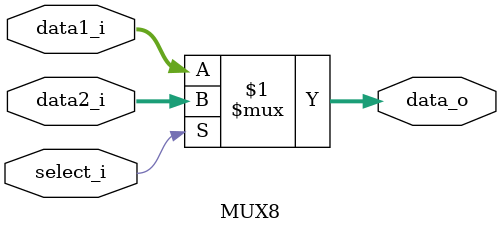
<source format=v>
module MUX8
(
	data1_i,
	data2_i,
	select_i,
	data_o
);

input	[7:0]		data1_i;
input	[7:0]		data2_i;
output	[7:0]		data_o;
input 				select_i;

assign 	data_o		=	(select_i) ? data2_i : data1_i;

endmodule
</source>
